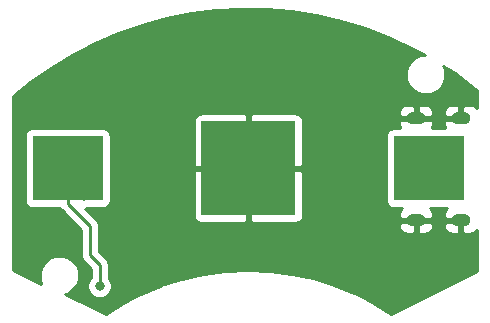
<source format=gbr>
G04 #@! TF.GenerationSoftware,KiCad,Pcbnew,(5.1.2-1)-1*
G04 #@! TF.CreationDate,2021-02-06T10:00:37+01:00*
G04 #@! TF.ProjectId,lir2450-charger,6c697232-3435-4302-9d63-686172676572,1.0.0*
G04 #@! TF.SameCoordinates,Original*
G04 #@! TF.FileFunction,Copper,L2,Bot*
G04 #@! TF.FilePolarity,Positive*
%FSLAX46Y46*%
G04 Gerber Fmt 4.6, Leading zero omitted, Abs format (unit mm)*
G04 Created by KiCad (PCBNEW (5.1.2-1)-1) date 2021-02-06 10:00:37*
%MOMM*%
%LPD*%
G04 APERTURE LIST*
%ADD10R,7.999999X7.999999*%
%ADD11R,6.000001X5.499999*%
%ADD12C,0.100000*%
%ADD13C,1.000000*%
%ADD14C,0.800000*%
%ADD15C,0.250000*%
%ADD16C,0.254000*%
G04 APERTURE END LIST*
D10*
X73000000Y-44920000D03*
D11*
X57700000Y-44920000D03*
X88300000Y-44920000D03*
D12*
G36*
X87549009Y-48822407D02*
G01*
X87597545Y-48829606D01*
X87645142Y-48841529D01*
X87691342Y-48858059D01*
X87735698Y-48879038D01*
X87777785Y-48904264D01*
X87817197Y-48933494D01*
X87853553Y-48966446D01*
X87886505Y-49002802D01*
X87915735Y-49042214D01*
X87940961Y-49084301D01*
X87961940Y-49128657D01*
X87978470Y-49174857D01*
X87990393Y-49222454D01*
X87997592Y-49270990D01*
X88000000Y-49319999D01*
X88000000Y-49320001D01*
X87997592Y-49369010D01*
X87990393Y-49417546D01*
X87978470Y-49465143D01*
X87961940Y-49511343D01*
X87940961Y-49555699D01*
X87915735Y-49597786D01*
X87886505Y-49637198D01*
X87853553Y-49673554D01*
X87817197Y-49706506D01*
X87777785Y-49735736D01*
X87735698Y-49760962D01*
X87691342Y-49781941D01*
X87645142Y-49798471D01*
X87597545Y-49810394D01*
X87549009Y-49817593D01*
X87500000Y-49820001D01*
X86900000Y-49820001D01*
X86850991Y-49817593D01*
X86802455Y-49810394D01*
X86754858Y-49798471D01*
X86708658Y-49781941D01*
X86664302Y-49760962D01*
X86622215Y-49735736D01*
X86582803Y-49706506D01*
X86546447Y-49673554D01*
X86513495Y-49637198D01*
X86484265Y-49597786D01*
X86459039Y-49555699D01*
X86438060Y-49511343D01*
X86421530Y-49465143D01*
X86409607Y-49417546D01*
X86402408Y-49369010D01*
X86400000Y-49320001D01*
X86400000Y-49319999D01*
X86402408Y-49270990D01*
X86409607Y-49222454D01*
X86421530Y-49174857D01*
X86438060Y-49128657D01*
X86459039Y-49084301D01*
X86484265Y-49042214D01*
X86513495Y-49002802D01*
X86546447Y-48966446D01*
X86582803Y-48933494D01*
X86622215Y-48904264D01*
X86664302Y-48879038D01*
X86708658Y-48858059D01*
X86754858Y-48841529D01*
X86802455Y-48829606D01*
X86850991Y-48822407D01*
X86900000Y-48819999D01*
X87500000Y-48819999D01*
X87549009Y-48822407D01*
X87549009Y-48822407D01*
G37*
D13*
X87200000Y-49320000D03*
D12*
G36*
X87549009Y-40182407D02*
G01*
X87597545Y-40189606D01*
X87645142Y-40201529D01*
X87691342Y-40218059D01*
X87735698Y-40239038D01*
X87777785Y-40264264D01*
X87817197Y-40293494D01*
X87853553Y-40326446D01*
X87886505Y-40362802D01*
X87915735Y-40402214D01*
X87940961Y-40444301D01*
X87961940Y-40488657D01*
X87978470Y-40534857D01*
X87990393Y-40582454D01*
X87997592Y-40630990D01*
X88000000Y-40679999D01*
X88000000Y-40680001D01*
X87997592Y-40729010D01*
X87990393Y-40777546D01*
X87978470Y-40825143D01*
X87961940Y-40871343D01*
X87940961Y-40915699D01*
X87915735Y-40957786D01*
X87886505Y-40997198D01*
X87853553Y-41033554D01*
X87817197Y-41066506D01*
X87777785Y-41095736D01*
X87735698Y-41120962D01*
X87691342Y-41141941D01*
X87645142Y-41158471D01*
X87597545Y-41170394D01*
X87549009Y-41177593D01*
X87500000Y-41180001D01*
X86900000Y-41180001D01*
X86850991Y-41177593D01*
X86802455Y-41170394D01*
X86754858Y-41158471D01*
X86708658Y-41141941D01*
X86664302Y-41120962D01*
X86622215Y-41095736D01*
X86582803Y-41066506D01*
X86546447Y-41033554D01*
X86513495Y-40997198D01*
X86484265Y-40957786D01*
X86459039Y-40915699D01*
X86438060Y-40871343D01*
X86421530Y-40825143D01*
X86409607Y-40777546D01*
X86402408Y-40729010D01*
X86400000Y-40680001D01*
X86400000Y-40679999D01*
X86402408Y-40630990D01*
X86409607Y-40582454D01*
X86421530Y-40534857D01*
X86438060Y-40488657D01*
X86459039Y-40444301D01*
X86484265Y-40402214D01*
X86513495Y-40362802D01*
X86546447Y-40326446D01*
X86582803Y-40293494D01*
X86622215Y-40264264D01*
X86664302Y-40239038D01*
X86708658Y-40218059D01*
X86754858Y-40201529D01*
X86802455Y-40189606D01*
X86850991Y-40182407D01*
X86900000Y-40179999D01*
X87500000Y-40179999D01*
X87549009Y-40182407D01*
X87549009Y-40182407D01*
G37*
D13*
X87200000Y-40680000D03*
D12*
G36*
X91349009Y-40182407D02*
G01*
X91397545Y-40189606D01*
X91445142Y-40201529D01*
X91491342Y-40218059D01*
X91535698Y-40239038D01*
X91577785Y-40264264D01*
X91617197Y-40293494D01*
X91653553Y-40326446D01*
X91686505Y-40362802D01*
X91715735Y-40402214D01*
X91740961Y-40444301D01*
X91761940Y-40488657D01*
X91778470Y-40534857D01*
X91790393Y-40582454D01*
X91797592Y-40630990D01*
X91800000Y-40679999D01*
X91800000Y-40680001D01*
X91797592Y-40729010D01*
X91790393Y-40777546D01*
X91778470Y-40825143D01*
X91761940Y-40871343D01*
X91740961Y-40915699D01*
X91715735Y-40957786D01*
X91686505Y-40997198D01*
X91653553Y-41033554D01*
X91617197Y-41066506D01*
X91577785Y-41095736D01*
X91535698Y-41120962D01*
X91491342Y-41141941D01*
X91445142Y-41158471D01*
X91397545Y-41170394D01*
X91349009Y-41177593D01*
X91300000Y-41180001D01*
X90700000Y-41180001D01*
X90650991Y-41177593D01*
X90602455Y-41170394D01*
X90554858Y-41158471D01*
X90508658Y-41141941D01*
X90464302Y-41120962D01*
X90422215Y-41095736D01*
X90382803Y-41066506D01*
X90346447Y-41033554D01*
X90313495Y-40997198D01*
X90284265Y-40957786D01*
X90259039Y-40915699D01*
X90238060Y-40871343D01*
X90221530Y-40825143D01*
X90209607Y-40777546D01*
X90202408Y-40729010D01*
X90200000Y-40680001D01*
X90200000Y-40679999D01*
X90202408Y-40630990D01*
X90209607Y-40582454D01*
X90221530Y-40534857D01*
X90238060Y-40488657D01*
X90259039Y-40444301D01*
X90284265Y-40402214D01*
X90313495Y-40362802D01*
X90346447Y-40326446D01*
X90382803Y-40293494D01*
X90422215Y-40264264D01*
X90464302Y-40239038D01*
X90508658Y-40218059D01*
X90554858Y-40201529D01*
X90602455Y-40189606D01*
X90650991Y-40182407D01*
X90700000Y-40179999D01*
X91300000Y-40179999D01*
X91349009Y-40182407D01*
X91349009Y-40182407D01*
G37*
D13*
X91000000Y-40680000D03*
D12*
G36*
X91349009Y-48822407D02*
G01*
X91397545Y-48829606D01*
X91445142Y-48841529D01*
X91491342Y-48858059D01*
X91535698Y-48879038D01*
X91577785Y-48904264D01*
X91617197Y-48933494D01*
X91653553Y-48966446D01*
X91686505Y-49002802D01*
X91715735Y-49042214D01*
X91740961Y-49084301D01*
X91761940Y-49128657D01*
X91778470Y-49174857D01*
X91790393Y-49222454D01*
X91797592Y-49270990D01*
X91800000Y-49319999D01*
X91800000Y-49320001D01*
X91797592Y-49369010D01*
X91790393Y-49417546D01*
X91778470Y-49465143D01*
X91761940Y-49511343D01*
X91740961Y-49555699D01*
X91715735Y-49597786D01*
X91686505Y-49637198D01*
X91653553Y-49673554D01*
X91617197Y-49706506D01*
X91577785Y-49735736D01*
X91535698Y-49760962D01*
X91491342Y-49781941D01*
X91445142Y-49798471D01*
X91397545Y-49810394D01*
X91349009Y-49817593D01*
X91300000Y-49820001D01*
X90700000Y-49820001D01*
X90650991Y-49817593D01*
X90602455Y-49810394D01*
X90554858Y-49798471D01*
X90508658Y-49781941D01*
X90464302Y-49760962D01*
X90422215Y-49735736D01*
X90382803Y-49706506D01*
X90346447Y-49673554D01*
X90313495Y-49637198D01*
X90284265Y-49597786D01*
X90259039Y-49555699D01*
X90238060Y-49511343D01*
X90221530Y-49465143D01*
X90209607Y-49417546D01*
X90202408Y-49369010D01*
X90200000Y-49320001D01*
X90200000Y-49319999D01*
X90202408Y-49270990D01*
X90209607Y-49222454D01*
X90221530Y-49174857D01*
X90238060Y-49128657D01*
X90259039Y-49084301D01*
X90284265Y-49042214D01*
X90313495Y-49002802D01*
X90346447Y-48966446D01*
X90382803Y-48933494D01*
X90422215Y-48904264D01*
X90464302Y-48879038D01*
X90508658Y-48858059D01*
X90554858Y-48841529D01*
X90602455Y-48829606D01*
X90650991Y-48822407D01*
X90700000Y-48819999D01*
X91300000Y-48819999D01*
X91349009Y-48822407D01*
X91349009Y-48822407D01*
G37*
D13*
X91000000Y-49320000D03*
D14*
X74050000Y-44850000D03*
X59100000Y-47300000D03*
X88850001Y-44923980D03*
X60400000Y-54900000D03*
D15*
X57700000Y-47919999D02*
X57700000Y-44920000D01*
X59600000Y-49819999D02*
X57700000Y-47919999D01*
X59600000Y-52300000D02*
X59600000Y-49819999D01*
X60400000Y-53100000D02*
X59600000Y-52300000D01*
X60400000Y-54900000D02*
X60400000Y-53100000D01*
D16*
G36*
X74501348Y-31456281D02*
G01*
X76628325Y-31635415D01*
X78737607Y-31962480D01*
X80818950Y-32435886D01*
X82862192Y-33053325D01*
X84857381Y-33811788D01*
X86794815Y-34707586D01*
X87918791Y-35325856D01*
X87639245Y-35359191D01*
X87327414Y-35460511D01*
X87041201Y-35620469D01*
X86791509Y-35832974D01*
X86587848Y-36089930D01*
X86437976Y-36381551D01*
X86347600Y-36696728D01*
X86320164Y-37023456D01*
X86356712Y-37349292D01*
X86455853Y-37661822D01*
X86613809Y-37949145D01*
X86824566Y-38200314D01*
X87080094Y-38405764D01*
X87370661Y-38557669D01*
X87685199Y-38650243D01*
X88011729Y-38679959D01*
X88337811Y-38645686D01*
X88651026Y-38548730D01*
X88939444Y-38392783D01*
X89192079Y-38183785D01*
X89399308Y-37929698D01*
X89553237Y-37640198D01*
X89648005Y-37326314D01*
X89680000Y-37000000D01*
X89679345Y-36953092D01*
X89638251Y-36627799D01*
X89534756Y-36316682D01*
X89517243Y-36285854D01*
X90458928Y-36893056D01*
X92174709Y-38177281D01*
X92340000Y-38312618D01*
X92340000Y-39843210D01*
X92330537Y-39825506D01*
X92251185Y-39728815D01*
X92154494Y-39649463D01*
X92044180Y-39590498D01*
X91924482Y-39554188D01*
X91800000Y-39541928D01*
X91285750Y-39545000D01*
X91127000Y-39703750D01*
X91127000Y-40553000D01*
X91147000Y-40553000D01*
X91147000Y-40807000D01*
X91127000Y-40807000D01*
X91127000Y-40827000D01*
X90873000Y-40827000D01*
X90873000Y-40807000D01*
X89723750Y-40807000D01*
X89565000Y-40965750D01*
X89561928Y-41180000D01*
X89574188Y-41304482D01*
X89610498Y-41424180D01*
X89668092Y-41531929D01*
X88531908Y-41531929D01*
X88589502Y-41424180D01*
X88625812Y-41304482D01*
X88638072Y-41180000D01*
X88635000Y-40965750D01*
X88476250Y-40807000D01*
X87327000Y-40807000D01*
X87327000Y-40827000D01*
X87073000Y-40827000D01*
X87073000Y-40807000D01*
X85923750Y-40807000D01*
X85765000Y-40965750D01*
X85761928Y-41180000D01*
X85774188Y-41304482D01*
X85810498Y-41424180D01*
X85868092Y-41531929D01*
X85300000Y-41531929D01*
X85175518Y-41544189D01*
X85055820Y-41580499D01*
X84945506Y-41639464D01*
X84848815Y-41718816D01*
X84769463Y-41815507D01*
X84710498Y-41925821D01*
X84674188Y-42045519D01*
X84661928Y-42170001D01*
X84661928Y-47669999D01*
X84674188Y-47794481D01*
X84710498Y-47914179D01*
X84769463Y-48024493D01*
X84848815Y-48121184D01*
X84945506Y-48200536D01*
X85055820Y-48259501D01*
X85175518Y-48295811D01*
X85300000Y-48308071D01*
X86022832Y-48308071D01*
X85948815Y-48368815D01*
X85869463Y-48465506D01*
X85810498Y-48575820D01*
X85774188Y-48695518D01*
X85761928Y-48820000D01*
X85765000Y-49034250D01*
X85923750Y-49193000D01*
X87073000Y-49193000D01*
X87073000Y-49173000D01*
X87327000Y-49173000D01*
X87327000Y-49193000D01*
X88476250Y-49193000D01*
X88635000Y-49034250D01*
X88638072Y-48820000D01*
X88625812Y-48695518D01*
X88589502Y-48575820D01*
X88530537Y-48465506D01*
X88451185Y-48368815D01*
X88377168Y-48308071D01*
X89822832Y-48308071D01*
X89748815Y-48368815D01*
X89669463Y-48465506D01*
X89610498Y-48575820D01*
X89574188Y-48695518D01*
X89561928Y-48820000D01*
X89565000Y-49034250D01*
X89723750Y-49193000D01*
X90873000Y-49193000D01*
X90873000Y-49173000D01*
X91127000Y-49173000D01*
X91127000Y-49193000D01*
X91147000Y-49193000D01*
X91147000Y-49447000D01*
X91127000Y-49447000D01*
X91127000Y-50296250D01*
X91285750Y-50455000D01*
X91800000Y-50458072D01*
X91924482Y-50445812D01*
X92044180Y-50409502D01*
X92154494Y-50350537D01*
X92251185Y-50271185D01*
X92330537Y-50174494D01*
X92340001Y-50156789D01*
X92340001Y-53592097D01*
X85045622Y-57239288D01*
X83688330Y-56381826D01*
X83688314Y-56381815D01*
X83654707Y-56362582D01*
X83638342Y-56353216D01*
X83638332Y-56353212D01*
X82024987Y-55521131D01*
X82024960Y-55521116D01*
X81986754Y-55503478D01*
X81972684Y-55496981D01*
X81972672Y-55496977D01*
X80292940Y-54808670D01*
X80292921Y-54808661D01*
X80258922Y-54796433D01*
X80238741Y-54789174D01*
X80238720Y-54789168D01*
X78505399Y-54249883D01*
X78505378Y-54249876D01*
X78477542Y-54242531D01*
X78449706Y-54235185D01*
X78449684Y-54235181D01*
X76675958Y-53849017D01*
X76675936Y-53849011D01*
X76649817Y-53844508D01*
X76619196Y-53839228D01*
X76619170Y-53839226D01*
X74818540Y-53609122D01*
X74818518Y-53609118D01*
X74788577Y-53606614D01*
X74761140Y-53604318D01*
X74761118Y-53604318D01*
X72947283Y-53532024D01*
X72947260Y-53532022D01*
X72889682Y-53532241D01*
X71076403Y-53618312D01*
X71026226Y-53622894D01*
X71019064Y-53623548D01*
X69220185Y-53867328D01*
X69163521Y-53877541D01*
X69163499Y-53877547D01*
X67392762Y-54277171D01*
X67392735Y-54277176D01*
X67337177Y-54292290D01*
X65607960Y-54844739D01*
X65553930Y-54864637D01*
X63879442Y-55565694D01*
X63827352Y-55590225D01*
X63827344Y-55590230D01*
X62220346Y-56434551D01*
X62220336Y-56434556D01*
X62202024Y-56445222D01*
X62170583Y-56463534D01*
X62170567Y-56463545D01*
X60949378Y-57248064D01*
X57444541Y-55612648D01*
X57651026Y-55548730D01*
X57939444Y-55392783D01*
X58192079Y-55183785D01*
X58399308Y-54929698D01*
X58553237Y-54640198D01*
X58648005Y-54326314D01*
X58680000Y-54000000D01*
X58679345Y-53953092D01*
X58638251Y-53627799D01*
X58534756Y-53316682D01*
X58372803Y-53031594D01*
X58158561Y-52783391D01*
X57900189Y-52581529D01*
X57607529Y-52433696D01*
X57291729Y-52345523D01*
X56964817Y-52320368D01*
X56639245Y-52359191D01*
X56327414Y-52460511D01*
X56041201Y-52620469D01*
X55791509Y-52832974D01*
X55587848Y-53089930D01*
X55437976Y-53381551D01*
X55347600Y-53696728D01*
X55320164Y-54023456D01*
X55356712Y-54349292D01*
X55455853Y-54661822D01*
X55472764Y-54692583D01*
X53087659Y-53579652D01*
X53087659Y-42170001D01*
X54061928Y-42170001D01*
X54061928Y-47669999D01*
X54074188Y-47794481D01*
X54110498Y-47914179D01*
X54169463Y-48024493D01*
X54248815Y-48121184D01*
X54345506Y-48200536D01*
X54455820Y-48259501D01*
X54575518Y-48295811D01*
X54700000Y-48308071D01*
X57045674Y-48308071D01*
X57065026Y-48344275D01*
X57085166Y-48368815D01*
X57159999Y-48460000D01*
X57189003Y-48483803D01*
X58840001Y-50134802D01*
X58840000Y-52262677D01*
X58836324Y-52300000D01*
X58840000Y-52337322D01*
X58840000Y-52337332D01*
X58850997Y-52448985D01*
X58884672Y-52559999D01*
X58894454Y-52592246D01*
X58965026Y-52724276D01*
X59004871Y-52772826D01*
X59059999Y-52840001D01*
X59089002Y-52863803D01*
X59640001Y-53414803D01*
X59640000Y-54196289D01*
X59596063Y-54240226D01*
X59482795Y-54409744D01*
X59404774Y-54598102D01*
X59365000Y-54798061D01*
X59365000Y-55001939D01*
X59404774Y-55201898D01*
X59482795Y-55390256D01*
X59596063Y-55559774D01*
X59740226Y-55703937D01*
X59909744Y-55817205D01*
X60098102Y-55895226D01*
X60298061Y-55935000D01*
X60501939Y-55935000D01*
X60701898Y-55895226D01*
X60890256Y-55817205D01*
X61059774Y-55703937D01*
X61203937Y-55559774D01*
X61317205Y-55390256D01*
X61395226Y-55201898D01*
X61435000Y-55001939D01*
X61435000Y-54798061D01*
X61395226Y-54598102D01*
X61317205Y-54409744D01*
X61203937Y-54240226D01*
X61160000Y-54196289D01*
X61160000Y-53137323D01*
X61163676Y-53100000D01*
X61160000Y-53062677D01*
X61160000Y-53062667D01*
X61149003Y-52951014D01*
X61105546Y-52807753D01*
X61034974Y-52675724D01*
X60940001Y-52559999D01*
X60911002Y-52536201D01*
X60360000Y-51985199D01*
X60360000Y-49857324D01*
X60363675Y-49820000D01*
X85761928Y-49820000D01*
X85774188Y-49944482D01*
X85810498Y-50064180D01*
X85869463Y-50174494D01*
X85948815Y-50271185D01*
X86045506Y-50350537D01*
X86155820Y-50409502D01*
X86275518Y-50445812D01*
X86400000Y-50458072D01*
X86914250Y-50455000D01*
X87073000Y-50296250D01*
X87073000Y-49447000D01*
X87327000Y-49447000D01*
X87327000Y-50296250D01*
X87485750Y-50455000D01*
X88000000Y-50458072D01*
X88124482Y-50445812D01*
X88244180Y-50409502D01*
X88354494Y-50350537D01*
X88451185Y-50271185D01*
X88530537Y-50174494D01*
X88589502Y-50064180D01*
X88625812Y-49944482D01*
X88638072Y-49820000D01*
X89561928Y-49820000D01*
X89574188Y-49944482D01*
X89610498Y-50064180D01*
X89669463Y-50174494D01*
X89748815Y-50271185D01*
X89845506Y-50350537D01*
X89955820Y-50409502D01*
X90075518Y-50445812D01*
X90200000Y-50458072D01*
X90714250Y-50455000D01*
X90873000Y-50296250D01*
X90873000Y-49447000D01*
X89723750Y-49447000D01*
X89565000Y-49605750D01*
X89561928Y-49820000D01*
X88638072Y-49820000D01*
X88635000Y-49605750D01*
X88476250Y-49447000D01*
X87327000Y-49447000D01*
X87073000Y-49447000D01*
X85923750Y-49447000D01*
X85765000Y-49605750D01*
X85761928Y-49820000D01*
X60363675Y-49820000D01*
X60363676Y-49819999D01*
X60360000Y-49782674D01*
X60360000Y-49782666D01*
X60349003Y-49671013D01*
X60305546Y-49527752D01*
X60234974Y-49395723D01*
X60140001Y-49279998D01*
X60111003Y-49256200D01*
X59774802Y-48919999D01*
X68361929Y-48919999D01*
X68374189Y-49044481D01*
X68410499Y-49164179D01*
X68469464Y-49274493D01*
X68548816Y-49371184D01*
X68645507Y-49450536D01*
X68755821Y-49509501D01*
X68875519Y-49545811D01*
X69000001Y-49558071D01*
X72714250Y-49554999D01*
X72873000Y-49396249D01*
X72873000Y-45047000D01*
X73127000Y-45047000D01*
X73127000Y-49396249D01*
X73285750Y-49554999D01*
X76999999Y-49558071D01*
X77124481Y-49545811D01*
X77244179Y-49509501D01*
X77354493Y-49450536D01*
X77451184Y-49371184D01*
X77530536Y-49274493D01*
X77589501Y-49164179D01*
X77625811Y-49044481D01*
X77638071Y-48919999D01*
X77634999Y-45205750D01*
X77476249Y-45047000D01*
X73127000Y-45047000D01*
X72873000Y-45047000D01*
X68523751Y-45047000D01*
X68365001Y-45205750D01*
X68361929Y-48919999D01*
X59774802Y-48919999D01*
X59189803Y-48335000D01*
X59201939Y-48335000D01*
X59337321Y-48308071D01*
X60700000Y-48308071D01*
X60824482Y-48295811D01*
X60944180Y-48259501D01*
X61054494Y-48200536D01*
X61151185Y-48121184D01*
X61230537Y-48024493D01*
X61289502Y-47914179D01*
X61325812Y-47794481D01*
X61338072Y-47669999D01*
X61338072Y-42170001D01*
X61325812Y-42045519D01*
X61289502Y-41925821D01*
X61230537Y-41815507D01*
X61151185Y-41718816D01*
X61054494Y-41639464D01*
X60944180Y-41580499D01*
X60824482Y-41544189D01*
X60700000Y-41531929D01*
X54700000Y-41531929D01*
X54575518Y-41544189D01*
X54455820Y-41580499D01*
X54345506Y-41639464D01*
X54248815Y-41718816D01*
X54169463Y-41815507D01*
X54110498Y-41925821D01*
X54074188Y-42045519D01*
X54061928Y-42170001D01*
X53087659Y-42170001D01*
X53087659Y-40920001D01*
X68361929Y-40920001D01*
X68365001Y-44634250D01*
X68523751Y-44793000D01*
X72873000Y-44793000D01*
X72873000Y-40443751D01*
X73127000Y-40443751D01*
X73127000Y-44793000D01*
X77476249Y-44793000D01*
X77634999Y-44634250D01*
X77638071Y-40920001D01*
X77625811Y-40795519D01*
X77589501Y-40675821D01*
X77530536Y-40565507D01*
X77451184Y-40468816D01*
X77354493Y-40389464D01*
X77244179Y-40330499D01*
X77124481Y-40294189D01*
X76999999Y-40281929D01*
X73285750Y-40285001D01*
X73127000Y-40443751D01*
X72873000Y-40443751D01*
X72714250Y-40285001D01*
X69000001Y-40281929D01*
X68875519Y-40294189D01*
X68755821Y-40330499D01*
X68645507Y-40389464D01*
X68548816Y-40468816D01*
X68469464Y-40565507D01*
X68410499Y-40675821D01*
X68374189Y-40795519D01*
X68361929Y-40920001D01*
X53087659Y-40920001D01*
X53087659Y-40180000D01*
X85761928Y-40180000D01*
X85765000Y-40394250D01*
X85923750Y-40553000D01*
X87073000Y-40553000D01*
X87073000Y-39703750D01*
X87327000Y-39703750D01*
X87327000Y-40553000D01*
X88476250Y-40553000D01*
X88635000Y-40394250D01*
X88638072Y-40180000D01*
X89561928Y-40180000D01*
X89565000Y-40394250D01*
X89723750Y-40553000D01*
X90873000Y-40553000D01*
X90873000Y-39703750D01*
X90714250Y-39545000D01*
X90200000Y-39541928D01*
X90075518Y-39554188D01*
X89955820Y-39590498D01*
X89845506Y-39649463D01*
X89748815Y-39728815D01*
X89669463Y-39825506D01*
X89610498Y-39935820D01*
X89574188Y-40055518D01*
X89561928Y-40180000D01*
X88638072Y-40180000D01*
X88625812Y-40055518D01*
X88589502Y-39935820D01*
X88530537Y-39825506D01*
X88451185Y-39728815D01*
X88354494Y-39649463D01*
X88244180Y-39590498D01*
X88124482Y-39554188D01*
X88000000Y-39541928D01*
X87485750Y-39545000D01*
X87327000Y-39703750D01*
X87073000Y-39703750D01*
X86914250Y-39545000D01*
X86400000Y-39541928D01*
X86275518Y-39554188D01*
X86155820Y-39590498D01*
X86045506Y-39649463D01*
X85948815Y-39728815D01*
X85869463Y-39825506D01*
X85810498Y-39935820D01*
X85774188Y-40055518D01*
X85761928Y-40180000D01*
X53087659Y-40180000D01*
X53087659Y-38802245D01*
X54516980Y-37637103D01*
X56261482Y-36407133D01*
X58087510Y-35301865D01*
X59986223Y-34326648D01*
X61948300Y-33486272D01*
X63964259Y-32784796D01*
X66024198Y-32225666D01*
X68118157Y-31811586D01*
X70235883Y-31544583D01*
X72367084Y-31425956D01*
X74501348Y-31456281D01*
X74501348Y-31456281D01*
G37*
X74501348Y-31456281D02*
X76628325Y-31635415D01*
X78737607Y-31962480D01*
X80818950Y-32435886D01*
X82862192Y-33053325D01*
X84857381Y-33811788D01*
X86794815Y-34707586D01*
X87918791Y-35325856D01*
X87639245Y-35359191D01*
X87327414Y-35460511D01*
X87041201Y-35620469D01*
X86791509Y-35832974D01*
X86587848Y-36089930D01*
X86437976Y-36381551D01*
X86347600Y-36696728D01*
X86320164Y-37023456D01*
X86356712Y-37349292D01*
X86455853Y-37661822D01*
X86613809Y-37949145D01*
X86824566Y-38200314D01*
X87080094Y-38405764D01*
X87370661Y-38557669D01*
X87685199Y-38650243D01*
X88011729Y-38679959D01*
X88337811Y-38645686D01*
X88651026Y-38548730D01*
X88939444Y-38392783D01*
X89192079Y-38183785D01*
X89399308Y-37929698D01*
X89553237Y-37640198D01*
X89648005Y-37326314D01*
X89680000Y-37000000D01*
X89679345Y-36953092D01*
X89638251Y-36627799D01*
X89534756Y-36316682D01*
X89517243Y-36285854D01*
X90458928Y-36893056D01*
X92174709Y-38177281D01*
X92340000Y-38312618D01*
X92340000Y-39843210D01*
X92330537Y-39825506D01*
X92251185Y-39728815D01*
X92154494Y-39649463D01*
X92044180Y-39590498D01*
X91924482Y-39554188D01*
X91800000Y-39541928D01*
X91285750Y-39545000D01*
X91127000Y-39703750D01*
X91127000Y-40553000D01*
X91147000Y-40553000D01*
X91147000Y-40807000D01*
X91127000Y-40807000D01*
X91127000Y-40827000D01*
X90873000Y-40827000D01*
X90873000Y-40807000D01*
X89723750Y-40807000D01*
X89565000Y-40965750D01*
X89561928Y-41180000D01*
X89574188Y-41304482D01*
X89610498Y-41424180D01*
X89668092Y-41531929D01*
X88531908Y-41531929D01*
X88589502Y-41424180D01*
X88625812Y-41304482D01*
X88638072Y-41180000D01*
X88635000Y-40965750D01*
X88476250Y-40807000D01*
X87327000Y-40807000D01*
X87327000Y-40827000D01*
X87073000Y-40827000D01*
X87073000Y-40807000D01*
X85923750Y-40807000D01*
X85765000Y-40965750D01*
X85761928Y-41180000D01*
X85774188Y-41304482D01*
X85810498Y-41424180D01*
X85868092Y-41531929D01*
X85300000Y-41531929D01*
X85175518Y-41544189D01*
X85055820Y-41580499D01*
X84945506Y-41639464D01*
X84848815Y-41718816D01*
X84769463Y-41815507D01*
X84710498Y-41925821D01*
X84674188Y-42045519D01*
X84661928Y-42170001D01*
X84661928Y-47669999D01*
X84674188Y-47794481D01*
X84710498Y-47914179D01*
X84769463Y-48024493D01*
X84848815Y-48121184D01*
X84945506Y-48200536D01*
X85055820Y-48259501D01*
X85175518Y-48295811D01*
X85300000Y-48308071D01*
X86022832Y-48308071D01*
X85948815Y-48368815D01*
X85869463Y-48465506D01*
X85810498Y-48575820D01*
X85774188Y-48695518D01*
X85761928Y-48820000D01*
X85765000Y-49034250D01*
X85923750Y-49193000D01*
X87073000Y-49193000D01*
X87073000Y-49173000D01*
X87327000Y-49173000D01*
X87327000Y-49193000D01*
X88476250Y-49193000D01*
X88635000Y-49034250D01*
X88638072Y-48820000D01*
X88625812Y-48695518D01*
X88589502Y-48575820D01*
X88530537Y-48465506D01*
X88451185Y-48368815D01*
X88377168Y-48308071D01*
X89822832Y-48308071D01*
X89748815Y-48368815D01*
X89669463Y-48465506D01*
X89610498Y-48575820D01*
X89574188Y-48695518D01*
X89561928Y-48820000D01*
X89565000Y-49034250D01*
X89723750Y-49193000D01*
X90873000Y-49193000D01*
X90873000Y-49173000D01*
X91127000Y-49173000D01*
X91127000Y-49193000D01*
X91147000Y-49193000D01*
X91147000Y-49447000D01*
X91127000Y-49447000D01*
X91127000Y-50296250D01*
X91285750Y-50455000D01*
X91800000Y-50458072D01*
X91924482Y-50445812D01*
X92044180Y-50409502D01*
X92154494Y-50350537D01*
X92251185Y-50271185D01*
X92330537Y-50174494D01*
X92340001Y-50156789D01*
X92340001Y-53592097D01*
X85045622Y-57239288D01*
X83688330Y-56381826D01*
X83688314Y-56381815D01*
X83654707Y-56362582D01*
X83638342Y-56353216D01*
X83638332Y-56353212D01*
X82024987Y-55521131D01*
X82024960Y-55521116D01*
X81986754Y-55503478D01*
X81972684Y-55496981D01*
X81972672Y-55496977D01*
X80292940Y-54808670D01*
X80292921Y-54808661D01*
X80258922Y-54796433D01*
X80238741Y-54789174D01*
X80238720Y-54789168D01*
X78505399Y-54249883D01*
X78505378Y-54249876D01*
X78477542Y-54242531D01*
X78449706Y-54235185D01*
X78449684Y-54235181D01*
X76675958Y-53849017D01*
X76675936Y-53849011D01*
X76649817Y-53844508D01*
X76619196Y-53839228D01*
X76619170Y-53839226D01*
X74818540Y-53609122D01*
X74818518Y-53609118D01*
X74788577Y-53606614D01*
X74761140Y-53604318D01*
X74761118Y-53604318D01*
X72947283Y-53532024D01*
X72947260Y-53532022D01*
X72889682Y-53532241D01*
X71076403Y-53618312D01*
X71026226Y-53622894D01*
X71019064Y-53623548D01*
X69220185Y-53867328D01*
X69163521Y-53877541D01*
X69163499Y-53877547D01*
X67392762Y-54277171D01*
X67392735Y-54277176D01*
X67337177Y-54292290D01*
X65607960Y-54844739D01*
X65553930Y-54864637D01*
X63879442Y-55565694D01*
X63827352Y-55590225D01*
X63827344Y-55590230D01*
X62220346Y-56434551D01*
X62220336Y-56434556D01*
X62202024Y-56445222D01*
X62170583Y-56463534D01*
X62170567Y-56463545D01*
X60949378Y-57248064D01*
X57444541Y-55612648D01*
X57651026Y-55548730D01*
X57939444Y-55392783D01*
X58192079Y-55183785D01*
X58399308Y-54929698D01*
X58553237Y-54640198D01*
X58648005Y-54326314D01*
X58680000Y-54000000D01*
X58679345Y-53953092D01*
X58638251Y-53627799D01*
X58534756Y-53316682D01*
X58372803Y-53031594D01*
X58158561Y-52783391D01*
X57900189Y-52581529D01*
X57607529Y-52433696D01*
X57291729Y-52345523D01*
X56964817Y-52320368D01*
X56639245Y-52359191D01*
X56327414Y-52460511D01*
X56041201Y-52620469D01*
X55791509Y-52832974D01*
X55587848Y-53089930D01*
X55437976Y-53381551D01*
X55347600Y-53696728D01*
X55320164Y-54023456D01*
X55356712Y-54349292D01*
X55455853Y-54661822D01*
X55472764Y-54692583D01*
X53087659Y-53579652D01*
X53087659Y-42170001D01*
X54061928Y-42170001D01*
X54061928Y-47669999D01*
X54074188Y-47794481D01*
X54110498Y-47914179D01*
X54169463Y-48024493D01*
X54248815Y-48121184D01*
X54345506Y-48200536D01*
X54455820Y-48259501D01*
X54575518Y-48295811D01*
X54700000Y-48308071D01*
X57045674Y-48308071D01*
X57065026Y-48344275D01*
X57085166Y-48368815D01*
X57159999Y-48460000D01*
X57189003Y-48483803D01*
X58840001Y-50134802D01*
X58840000Y-52262677D01*
X58836324Y-52300000D01*
X58840000Y-52337322D01*
X58840000Y-52337332D01*
X58850997Y-52448985D01*
X58884672Y-52559999D01*
X58894454Y-52592246D01*
X58965026Y-52724276D01*
X59004871Y-52772826D01*
X59059999Y-52840001D01*
X59089002Y-52863803D01*
X59640001Y-53414803D01*
X59640000Y-54196289D01*
X59596063Y-54240226D01*
X59482795Y-54409744D01*
X59404774Y-54598102D01*
X59365000Y-54798061D01*
X59365000Y-55001939D01*
X59404774Y-55201898D01*
X59482795Y-55390256D01*
X59596063Y-55559774D01*
X59740226Y-55703937D01*
X59909744Y-55817205D01*
X60098102Y-55895226D01*
X60298061Y-55935000D01*
X60501939Y-55935000D01*
X60701898Y-55895226D01*
X60890256Y-55817205D01*
X61059774Y-55703937D01*
X61203937Y-55559774D01*
X61317205Y-55390256D01*
X61395226Y-55201898D01*
X61435000Y-55001939D01*
X61435000Y-54798061D01*
X61395226Y-54598102D01*
X61317205Y-54409744D01*
X61203937Y-54240226D01*
X61160000Y-54196289D01*
X61160000Y-53137323D01*
X61163676Y-53100000D01*
X61160000Y-53062677D01*
X61160000Y-53062667D01*
X61149003Y-52951014D01*
X61105546Y-52807753D01*
X61034974Y-52675724D01*
X60940001Y-52559999D01*
X60911002Y-52536201D01*
X60360000Y-51985199D01*
X60360000Y-49857324D01*
X60363675Y-49820000D01*
X85761928Y-49820000D01*
X85774188Y-49944482D01*
X85810498Y-50064180D01*
X85869463Y-50174494D01*
X85948815Y-50271185D01*
X86045506Y-50350537D01*
X86155820Y-50409502D01*
X86275518Y-50445812D01*
X86400000Y-50458072D01*
X86914250Y-50455000D01*
X87073000Y-50296250D01*
X87073000Y-49447000D01*
X87327000Y-49447000D01*
X87327000Y-50296250D01*
X87485750Y-50455000D01*
X88000000Y-50458072D01*
X88124482Y-50445812D01*
X88244180Y-50409502D01*
X88354494Y-50350537D01*
X88451185Y-50271185D01*
X88530537Y-50174494D01*
X88589502Y-50064180D01*
X88625812Y-49944482D01*
X88638072Y-49820000D01*
X89561928Y-49820000D01*
X89574188Y-49944482D01*
X89610498Y-50064180D01*
X89669463Y-50174494D01*
X89748815Y-50271185D01*
X89845506Y-50350537D01*
X89955820Y-50409502D01*
X90075518Y-50445812D01*
X90200000Y-50458072D01*
X90714250Y-50455000D01*
X90873000Y-50296250D01*
X90873000Y-49447000D01*
X89723750Y-49447000D01*
X89565000Y-49605750D01*
X89561928Y-49820000D01*
X88638072Y-49820000D01*
X88635000Y-49605750D01*
X88476250Y-49447000D01*
X87327000Y-49447000D01*
X87073000Y-49447000D01*
X85923750Y-49447000D01*
X85765000Y-49605750D01*
X85761928Y-49820000D01*
X60363675Y-49820000D01*
X60363676Y-49819999D01*
X60360000Y-49782674D01*
X60360000Y-49782666D01*
X60349003Y-49671013D01*
X60305546Y-49527752D01*
X60234974Y-49395723D01*
X60140001Y-49279998D01*
X60111003Y-49256200D01*
X59774802Y-48919999D01*
X68361929Y-48919999D01*
X68374189Y-49044481D01*
X68410499Y-49164179D01*
X68469464Y-49274493D01*
X68548816Y-49371184D01*
X68645507Y-49450536D01*
X68755821Y-49509501D01*
X68875519Y-49545811D01*
X69000001Y-49558071D01*
X72714250Y-49554999D01*
X72873000Y-49396249D01*
X72873000Y-45047000D01*
X73127000Y-45047000D01*
X73127000Y-49396249D01*
X73285750Y-49554999D01*
X76999999Y-49558071D01*
X77124481Y-49545811D01*
X77244179Y-49509501D01*
X77354493Y-49450536D01*
X77451184Y-49371184D01*
X77530536Y-49274493D01*
X77589501Y-49164179D01*
X77625811Y-49044481D01*
X77638071Y-48919999D01*
X77634999Y-45205750D01*
X77476249Y-45047000D01*
X73127000Y-45047000D01*
X72873000Y-45047000D01*
X68523751Y-45047000D01*
X68365001Y-45205750D01*
X68361929Y-48919999D01*
X59774802Y-48919999D01*
X59189803Y-48335000D01*
X59201939Y-48335000D01*
X59337321Y-48308071D01*
X60700000Y-48308071D01*
X60824482Y-48295811D01*
X60944180Y-48259501D01*
X61054494Y-48200536D01*
X61151185Y-48121184D01*
X61230537Y-48024493D01*
X61289502Y-47914179D01*
X61325812Y-47794481D01*
X61338072Y-47669999D01*
X61338072Y-42170001D01*
X61325812Y-42045519D01*
X61289502Y-41925821D01*
X61230537Y-41815507D01*
X61151185Y-41718816D01*
X61054494Y-41639464D01*
X60944180Y-41580499D01*
X60824482Y-41544189D01*
X60700000Y-41531929D01*
X54700000Y-41531929D01*
X54575518Y-41544189D01*
X54455820Y-41580499D01*
X54345506Y-41639464D01*
X54248815Y-41718816D01*
X54169463Y-41815507D01*
X54110498Y-41925821D01*
X54074188Y-42045519D01*
X54061928Y-42170001D01*
X53087659Y-42170001D01*
X53087659Y-40920001D01*
X68361929Y-40920001D01*
X68365001Y-44634250D01*
X68523751Y-44793000D01*
X72873000Y-44793000D01*
X72873000Y-40443751D01*
X73127000Y-40443751D01*
X73127000Y-44793000D01*
X77476249Y-44793000D01*
X77634999Y-44634250D01*
X77638071Y-40920001D01*
X77625811Y-40795519D01*
X77589501Y-40675821D01*
X77530536Y-40565507D01*
X77451184Y-40468816D01*
X77354493Y-40389464D01*
X77244179Y-40330499D01*
X77124481Y-40294189D01*
X76999999Y-40281929D01*
X73285750Y-40285001D01*
X73127000Y-40443751D01*
X72873000Y-40443751D01*
X72714250Y-40285001D01*
X69000001Y-40281929D01*
X68875519Y-40294189D01*
X68755821Y-40330499D01*
X68645507Y-40389464D01*
X68548816Y-40468816D01*
X68469464Y-40565507D01*
X68410499Y-40675821D01*
X68374189Y-40795519D01*
X68361929Y-40920001D01*
X53087659Y-40920001D01*
X53087659Y-40180000D01*
X85761928Y-40180000D01*
X85765000Y-40394250D01*
X85923750Y-40553000D01*
X87073000Y-40553000D01*
X87073000Y-39703750D01*
X87327000Y-39703750D01*
X87327000Y-40553000D01*
X88476250Y-40553000D01*
X88635000Y-40394250D01*
X88638072Y-40180000D01*
X89561928Y-40180000D01*
X89565000Y-40394250D01*
X89723750Y-40553000D01*
X90873000Y-40553000D01*
X90873000Y-39703750D01*
X90714250Y-39545000D01*
X90200000Y-39541928D01*
X90075518Y-39554188D01*
X89955820Y-39590498D01*
X89845506Y-39649463D01*
X89748815Y-39728815D01*
X89669463Y-39825506D01*
X89610498Y-39935820D01*
X89574188Y-40055518D01*
X89561928Y-40180000D01*
X88638072Y-40180000D01*
X88625812Y-40055518D01*
X88589502Y-39935820D01*
X88530537Y-39825506D01*
X88451185Y-39728815D01*
X88354494Y-39649463D01*
X88244180Y-39590498D01*
X88124482Y-39554188D01*
X88000000Y-39541928D01*
X87485750Y-39545000D01*
X87327000Y-39703750D01*
X87073000Y-39703750D01*
X86914250Y-39545000D01*
X86400000Y-39541928D01*
X86275518Y-39554188D01*
X86155820Y-39590498D01*
X86045506Y-39649463D01*
X85948815Y-39728815D01*
X85869463Y-39825506D01*
X85810498Y-39935820D01*
X85774188Y-40055518D01*
X85761928Y-40180000D01*
X53087659Y-40180000D01*
X53087659Y-38802245D01*
X54516980Y-37637103D01*
X56261482Y-36407133D01*
X58087510Y-35301865D01*
X59986223Y-34326648D01*
X61948300Y-33486272D01*
X63964259Y-32784796D01*
X66024198Y-32225666D01*
X68118157Y-31811586D01*
X70235883Y-31544583D01*
X72367084Y-31425956D01*
X74501348Y-31456281D01*
M02*

</source>
